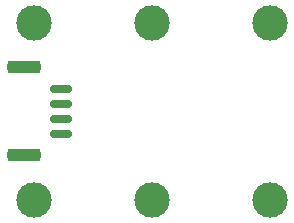
<source format=gbr>
%TF.GenerationSoftware,KiCad,Pcbnew,8.0.3+1*%
%TF.CreationDate,2024-07-23T17:29:58+00:00*%
%TF.ProjectId,TFHT02,54464854-3032-42e6-9b69-6361645f7063,rev?*%
%TF.SameCoordinates,Original*%
%TF.FileFunction,Soldermask,Top*%
%TF.FilePolarity,Negative*%
%FSLAX46Y46*%
G04 Gerber Fmt 4.6, Leading zero omitted, Abs format (unit mm)*
G04 Created by KiCad (PCBNEW 8.0.3+1) date 2024-07-23 17:29:58*
%MOMM*%
%LPD*%
G01*
G04 APERTURE LIST*
G04 Aperture macros list*
%AMRoundRect*
0 Rectangle with rounded corners*
0 $1 Rounding radius*
0 $2 $3 $4 $5 $6 $7 $8 $9 X,Y pos of 4 corners*
0 Add a 4 corners polygon primitive as box body*
4,1,4,$2,$3,$4,$5,$6,$7,$8,$9,$2,$3,0*
0 Add four circle primitives for the rounded corners*
1,1,$1+$1,$2,$3*
1,1,$1+$1,$4,$5*
1,1,$1+$1,$6,$7*
1,1,$1+$1,$8,$9*
0 Add four rect primitives between the rounded corners*
20,1,$1+$1,$2,$3,$4,$5,0*
20,1,$1+$1,$4,$5,$6,$7,0*
20,1,$1+$1,$6,$7,$8,$9,0*
20,1,$1+$1,$8,$9,$2,$3,0*%
G04 Aperture macros list end*
%ADD10C,3.000000*%
%ADD11RoundRect,0.175000X-0.725000X0.175000X-0.725000X-0.175000X0.725000X-0.175000X0.725000X0.175000X0*%
%ADD12RoundRect,0.275000X-1.125000X0.275000X-1.125000X-0.275000X1.125000X-0.275000X1.125000X0.275000X0*%
G04 APERTURE END LIST*
D10*
%TO.C,M4*%
X12500000Y15000000D03*
%TD*%
D11*
%TO.C,J2*%
X4847200Y9375000D03*
X4847200Y8125000D03*
X4847200Y6875000D03*
X4847200Y5625000D03*
D12*
X1647200Y11225000D03*
X1647200Y3775000D03*
%TD*%
D10*
%TO.C,M2*%
X12500000Y0D03*
%TD*%
%TO.C,M6*%
X2500000Y15000000D03*
%TD*%
%TO.C,M5*%
X22500000Y0D03*
%TD*%
%TO.C,M1*%
X22500000Y15000000D03*
%TD*%
%TO.C,M3*%
X2500000Y0D03*
%TD*%
M02*

</source>
